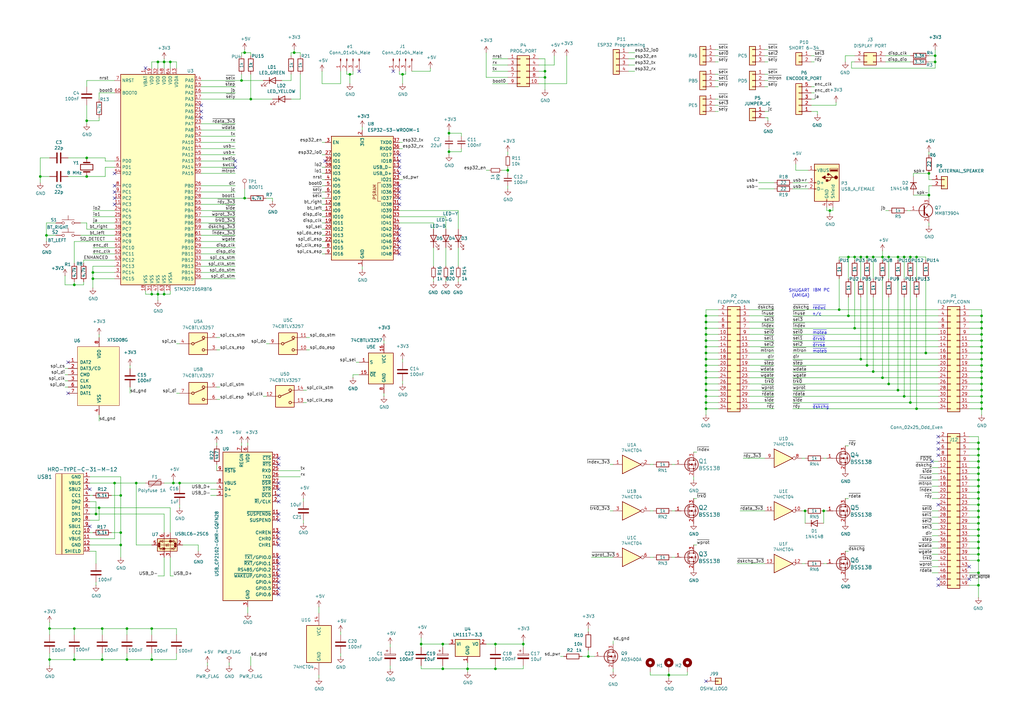
<source format=kicad_sch>
(kicad_sch
	(version 20250114)
	(generator "eeschema")
	(generator_version "9.0")
	(uuid "6c7ae024-2559-4f5f-b740-5250220cff1a")
	(paper "A3")
	(title_block
		(title "SweFlopsMini8")
		(date "2025-10-20")
		(rev "1.03")
		(company "Sweproj")
		(comment 1 "Based on schematics by H.M")
		(comment 2 "Licensed under CERN OHL v.1.2")
	)
	
	(text "~{drvsb}"
		(exclude_from_sim no)
		(at 333.248 139.827 0)
		(effects
			(font
				(size 1.27 1.27)
			)
			(justify left bottom)
		)
		(uuid "1bf1faf9-34e9-4f41-907e-4b7e09f482e4")
	)
	(text "n/c"
		(exclude_from_sim no)
		(at 333.248 129.667 0)
		(effects
			(font
				(size 1.27 1.27)
			)
			(justify left bottom)
		)
		(uuid "48f523fb-1a98-4d98-b25a-30e9106ff153")
	)
	(text "~{drvsa}"
		(exclude_from_sim no)
		(at 333.248 142.367 0)
		(effects
			(font
				(size 1.27 1.27)
			)
			(justify left bottom)
		)
		(uuid "4bcd7fc5-b03b-49bd-979a-f895ffc70355")
	)
	(text "~{moteb}"
		(exclude_from_sim no)
		(at 333.248 144.907 0)
		(effects
			(font
				(size 1.27 1.27)
			)
			(justify left bottom)
		)
		(uuid "579b32b7-b358-4ffc-901f-50281eb2eff8")
	)
	(text "~{motea}"
		(exclude_from_sim no)
		(at 333.248 137.287 0)
		(effects
			(font
				(size 1.27 1.27)
			)
			(justify left bottom)
		)
		(uuid "74e40ccd-0fba-4253-a76d-7a77141cbbd8")
	)
	(text "~{redwc}"
		(exclude_from_sim no)
		(at 333.248 127.127 0)
		(effects
			(font
				(size 1.27 1.27)
			)
			(justify left bottom)
		)
		(uuid "94e3e44c-f88a-4e9e-93bf-2fadb7d32c9f")
	)
	(text "IBM PC"
		(exclude_from_sim no)
		(at 333.375 119.888 0)
		(effects
			(font
				(size 1.27 1.27)
			)
			(justify left bottom)
		)
		(uuid "b7d81031-bb80-47ff-a607-db0ba3d3cfa5")
	)
	(text "SHUGART\n(AMIGA)"
		(exclude_from_sim no)
		(at 332.105 122.047 0)
		(effects
			(font
				(size 1.27 1.27)
			)
			(justify right bottom)
		)
		(uuid "d8f3e79a-96a6-4afd-81f6-a00ea57b958c")
	)
	(text "~{dskchg}"
		(exclude_from_sim no)
		(at 333.248 167.767 0)
		(effects
			(font
				(size 1.27 1.27)
			)
			(justify left bottom)
		)
		(uuid "d9164d72-3a4e-4874-b5e8-447d0ba92d42")
	)
	(junction
		(at 184.15 54.61)
		(diameter 0)
		(color 0 0 0 0)
		(uuid "046eda63-d14a-4710-9d2e-15914ca10e94")
	)
	(junction
		(at 289.56 152.4)
		(diameter 0)
		(color 0 0 0 0)
		(uuid "08e3f93a-e187-401c-bef8-b8261607abff")
	)
	(junction
		(at 383.54 22.86)
		(diameter 0)
		(color 0 0 0 0)
		(uuid "0926c0b8-a1ed-4838-b52e-69a1484ef305")
	)
	(junction
		(at 20.32 257.81)
		(diameter 0)
		(color 0 0 0 0)
		(uuid "0bc14d7b-36cc-4f10-b6cb-54fd95f24cb2")
	)
	(junction
		(at 330.2 209.55)
		(diameter 0)
		(color 0 0 0 0)
		(uuid "0ca7757c-62c3-47c5-a37c-89c0a8561de5")
	)
	(junction
		(at 289.56 160.02)
		(diameter 0)
		(color 0 0 0 0)
		(uuid "0cce3ae0-81c3-45a5-a2cb-a75518fa0f6b")
	)
	(junction
		(at 381 71.12)
		(diameter 0)
		(color 0 0 0 0)
		(uuid "0de514b5-e864-4eae-b3e1-7b8c4fdcb2a7")
	)
	(junction
		(at 364.49 157.48)
		(diameter 0)
		(color 0 0 0 0)
		(uuid "0e09ac4a-fb6d-424f-89d2-9087b76455af")
	)
	(junction
		(at 379.73 144.78)
		(diameter 0)
		(color 0 0 0 0)
		(uuid "0f41a3a8-fe0f-438b-9504-2313dc9b5866")
	)
	(junction
		(at 402.59 162.56)
		(diameter 0)
		(color 0 0 0 0)
		(uuid "0f5a8ad0-7cfa-48c6-bc12-d0654f20596b")
	)
	(junction
		(at 383.54 25.4)
		(diameter 0)
		(color 0 0 0 0)
		(uuid "108384fb-89af-4163-8615-dd586390ac04")
	)
	(junction
		(at 401.32 229.87)
		(diameter 0)
		(color 0 0 0 0)
		(uuid "1137a6b2-ca2f-463c-b59f-cfef897e30a4")
	)
	(junction
		(at 401.32 222.25)
		(diameter 0)
		(color 0 0 0 0)
		(uuid "13fc5572-32d9-4584-a169-88ebcd845bea")
	)
	(junction
		(at 347.98 129.54)
		(diameter 0)
		(color 0 0 0 0)
		(uuid "14e3f01a-b186-4f85-a526-b8ba70b29d43")
	)
	(junction
		(at 100.33 81.28)
		(diameter 0)
		(color 0 0 0 0)
		(uuid "185b1a73-f625-4307-ada7-ac66e0b14abc")
	)
	(junction
		(at 223.52 31.75)
		(diameter 0)
		(color 0 0 0 0)
		(uuid "186432cd-8ad6-44e4-8a83-225f4bf96fa9")
	)
	(junction
		(at 19.05 96.52)
		(diameter 0)
		(color 0 0 0 0)
		(uuid "1932801d-cbfe-47eb-b787-f9f8d9793db3")
	)
	(junction
		(at 340.36 86.36)
		(diameter 0)
		(color 0 0 0 0)
		(uuid "199e76be-b81b-4b93-87e8-262809240dfb")
	)
	(junction
		(at 402.59 152.4)
		(diameter 0)
		(color 0 0 0 0)
		(uuid "1a95c995-b33d-425d-ad26-252d47b99bfb")
	)
	(junction
		(at 373.38 105.41)
		(diameter 0)
		(color 0 0 0 0)
		(uuid "23186d58-4997-427f-b580-4e93b1320b91")
	)
	(junction
		(at 35.56 64.77)
		(diameter 0)
		(color 0 0 0 0)
		(uuid "2489183e-12e1-4556-878e-ce9c86571b5d")
	)
	(junction
		(at 289.56 149.86)
		(diameter 0)
		(color 0 0 0 0)
		(uuid "2571b8a6-12e4-46f8-a3ad-f3b71fcdc170")
	)
	(junction
		(at 289.56 157.48)
		(diameter 0)
		(color 0 0 0 0)
		(uuid "27f1fb35-299d-42ac-8e7e-68e48afb9ccc")
	)
	(junction
		(at 73.66 198.12)
		(diameter 0)
		(color 0 0 0 0)
		(uuid "2840ceae-80b0-476c-9c90-fce36b59f611")
	)
	(junction
		(at 214.63 264.16)
		(diameter 0)
		(color 0 0 0 0)
		(uuid "2b2605ba-77f6-49e4-adcb-9981276e82e4")
	)
	(junction
		(at 373.38 165.1)
		(diameter 0)
		(color 0 0 0 0)
		(uuid "2bcad3ad-e168-4e3f-bfb2-4d362caffe8b")
	)
	(junction
		(at 172.72 264.16)
		(diameter 0)
		(color 0 0 0 0)
		(uuid "32d64c86-c600-45a2-9ba1-6524f193f7fe")
	)
	(junction
		(at 64.77 120.65)
		(diameter 0)
		(color 0 0 0 0)
		(uuid "33d110ac-a9d3-488e-9134-cd67c2f947fa")
	)
	(junction
		(at 401.32 212.09)
		(diameter 0)
		(color 0 0 0 0)
		(uuid "389df66c-e8d3-45e5-a38f-b47888af04c8")
	)
	(junction
		(at 71.12 198.12)
		(diameter 0)
		(color 0 0 0 0)
		(uuid "38c1fc2f-0d8a-47e6-9495-27be397571bd")
	)
	(junction
		(at 401.32 214.63)
		(diameter 0)
		(color 0 0 0 0)
		(uuid "3cc973cc-8d12-4091-a8f1-0e89ad8a5e9e")
	)
	(junction
		(at 344.17 127)
		(diameter 0)
		(color 0 0 0 0)
		(uuid "3f652250-95e8-42a8-baf0-c895779b1d10")
	)
	(junction
		(at 353.06 105.41)
		(diameter 0)
		(color 0 0 0 0)
		(uuid "404a859f-d18b-4c64-b6c7-807547a676d3")
	)
	(junction
		(at 20.32 270.51)
		(diameter 0)
		(color 0 0 0 0)
		(uuid "4286fc6e-0ecc-427b-b668-319815a3184d")
	)
	(junction
		(at 289.56 142.24)
		(diameter 0)
		(color 0 0 0 0)
		(uuid "4390f28b-872f-4fa7-b771-70a895494a1b")
	)
	(junction
		(at 402.59 149.86)
		(diameter 0)
		(color 0 0 0 0)
		(uuid "43a265a5-9e01-41cf-92a8-ff7219d9e73b")
	)
	(junction
		(at 361.95 105.41)
		(diameter 0)
		(color 0 0 0 0)
		(uuid "47a912a4-81d0-43b5-8642-5bd4d3474197")
	)
	(junction
		(at 289.56 144.78)
		(diameter 0)
		(color 0 0 0 0)
		(uuid "4adfbd20-debe-496d-b799-7e0073d707ce")
	)
	(junction
		(at 402.59 165.1)
		(diameter 0)
		(color 0 0 0 0)
		(uuid "4d5791d5-d4e5-4574-84bb-cdeae1aac9cf")
	)
	(junction
		(at 102.87 40.64)
		(diameter 0)
		(color 0 0 0 0)
		(uuid "50a05512-790a-4ea0-9da7-fd2bcdeb0dcf")
	)
	(junction
		(at 355.6 149.86)
		(diameter 0)
		(color 0 0 0 0)
		(uuid "52630d25-7396-449f-b437-9feb7eb24f31")
	)
	(junction
		(at 35.56 49.53)
		(diameter 0)
		(color 0 0 0 0)
		(uuid "5348d282-cf8b-4987-b04b-2d9bf5a921c4")
	)
	(junction
		(at 165.1 30.48)
		(diameter 0)
		(color 0 0 0 0)
		(uuid "550ca074-529c-4461-a618-28dec517207d")
	)
	(junction
		(at 120.65 21.59)
		(diameter 0)
		(color 0 0 0 0)
		(uuid "591ae31b-9575-4672-bb7c-2a8d05262b71")
	)
	(junction
		(at 368.3 105.41)
		(diameter 0)
		(color 0 0 0 0)
		(uuid "5928d5e6-f194-4624-b024-9e21f5bcc52f")
	)
	(junction
		(at 289.56 137.16)
		(diameter 0)
		(color 0 0 0 0)
		(uuid "5e4a51af-95f3-4d7a-9089-f23135327a3e")
	)
	(junction
		(at 181.61 264.16)
		(diameter 0)
		(color 0 0 0 0)
		(uuid "5fbeb988-d8ed-4a3d-941f-479802731fc3")
	)
	(junction
		(at 52.07 257.81)
		(diameter 0)
		(color 0 0 0 0)
		(uuid "61512d34-e853-481a-b123-13ea08e9c90f")
	)
	(junction
		(at 274.32 276.86)
		(diameter 0)
		(color 0 0 0 0)
		(uuid "61badbe9-3d07-4de5-87c6-cb75de726705")
	)
	(junction
		(at 401.32 207.01)
		(diameter 0)
		(color 0 0 0 0)
		(uuid "62e1378b-2a51-4533-8e74-ad455b642b61")
	)
	(junction
		(at 355.6 105.41)
		(diameter 0)
		(color 0 0 0 0)
		(uuid "65355349-0d65-4dc3-a5f0-764e7fff0f0b")
	)
	(junction
		(at 402.59 144.78)
		(diameter 0)
		(color 0 0 0 0)
		(uuid "6637036b-9d2f-454b-a35b-ef18c3e4d42b")
	)
	(junction
		(at 350.52 105.41)
		(diameter 0)
		(color 0 0 0 0)
		(uuid "677da8ca-039c-4fb4-a665-f99d8b47fd20")
	)
	(junction
		(at 30.48 257.81)
		(diameter 0)
		(color 0 0 0 0)
		(uuid "69489e78-b5bb-4fde-b5e1-44b24442bc96")
	)
	(junction
		(at 401.32 181.61)
		(diameter 0)
		(color 0 0 0 0)
		(uuid "69527d30-3e0e-4120-af71-bc6392eff356")
	)
	(junction
		(at 361.95 154.94)
		(diameter 0)
		(color 0 0 0 0)
		(uuid "69b33155-ba16-47fb-bc04-5bd54ff97213")
	)
	(junction
		(at 289.56 162.56)
		(diameter 0)
		(color 0 0 0 0)
		(uuid "6efaa2c5-65d5-4d42-a25a-75f80e1c7a76")
	)
	(junction
		(at 30.48 270.51)
		(diameter 0)
		(color 0 0 0 0)
		(uuid "6f054b92-c060-470c-ade4-ce275d6fd088")
	)
	(junction
		(at 184.15 62.23)
		(diameter 0)
		(color 0 0 0 0)
		(uuid "703b6765-756c-426f-b73f-e4da06c63f0b")
	)
	(junction
		(at 375.92 167.64)
		(diameter 0)
		(color 0 0 0 0)
		(uuid "704b3a0e-98dd-4480-8633-65830ae20b07")
	)
	(junction
		(at 364.49 105.41)
		(diameter 0)
		(color 0 0 0 0)
		(uuid "71625ff2-eae0-4b82-bac8-2b8b64956b3e")
	)
	(junction
		(at 401.32 186.69)
		(diameter 0)
		(color 0 0 0 0)
		(uuid "7469062a-324a-4208-b912-c03ea78dfaa9")
	)
	(junction
		(at 401.32 199.39)
		(diameter 0)
		(color 0 0 0 0)
		(uuid "74e6ba6e-632c-428e-9a75-40c5cb779856")
	)
	(junction
		(at 203.2 274.32)
		(diameter 0)
		(color 0 0 0 0)
		(uuid "7722a181-460e-4f6f-9443-78a5a9caec77")
	)
	(junction
		(at 401.32 194.31)
		(diameter 0)
		(color 0 0 0 0)
		(uuid "7d085a4c-04b0-4e6d-8
... [458684 chars truncated]
</source>
